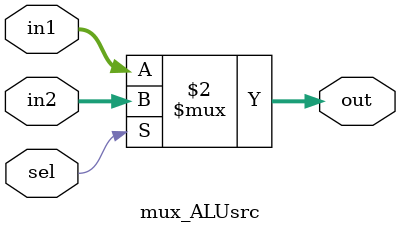
<source format=v>
module mux_ALUsrc (
    input [31:0] in1, in2, 
    input sel,
    output [31:0] out
);
    assign out = (sel == 0) ? in1 : in2;

endmodule
</source>
